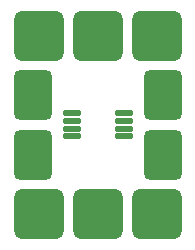
<source format=gbs>
G04*
G04 #@! TF.GenerationSoftware,Altium Limited,Altium Designer,25.8.1 (18)*
G04*
G04 Layer_Color=16711935*
%FSLAX44Y44*%
%MOMM*%
G71*
G04*
G04 #@! TF.SameCoordinates,5E0B8585-324C-45EE-8C63-8C8DE18584A6*
G04*
G04*
G04 #@! TF.FilePolarity,Negative*
G04*
G01*
G75*
G04:AMPARAMS|DCode=14|XSize=0.48mm|YSize=1.55mm|CornerRadius=0.145mm|HoleSize=0mm|Usage=FLASHONLY|Rotation=90.000|XOffset=0mm|YOffset=0mm|HoleType=Round|Shape=RoundedRectangle|*
%AMROUNDEDRECTD14*
21,1,0.4800,1.2600,0,0,90.0*
21,1,0.1900,1.5500,0,0,90.0*
1,1,0.2900,0.6300,0.0950*
1,1,0.2900,0.6300,-0.0950*
1,1,0.2900,-0.6300,-0.0950*
1,1,0.2900,-0.6300,0.0950*
%
%ADD14ROUNDEDRECTD14*%
G04:AMPARAMS|DCode=15|XSize=3.2mm|YSize=4.2mm|CornerRadius=0.475mm|HoleSize=0mm|Usage=FLASHONLY|Rotation=180.000|XOffset=0mm|YOffset=0mm|HoleType=Round|Shape=RoundedRectangle|*
%AMROUNDEDRECTD15*
21,1,3.2000,3.2500,0,0,180.0*
21,1,2.2500,4.2000,0,0,180.0*
1,1,0.9500,-1.1250,1.6250*
1,1,0.9500,1.1250,1.6250*
1,1,0.9500,1.1250,-1.6250*
1,1,0.9500,-1.1250,-1.6250*
%
%ADD15ROUNDEDRECTD15*%
G04:AMPARAMS|DCode=16|XSize=4.2mm|YSize=4.2mm|CornerRadius=0.6mm|HoleSize=0mm|Usage=FLASHONLY|Rotation=0.000|XOffset=0mm|YOffset=0mm|HoleType=Round|Shape=RoundedRectangle|*
%AMROUNDEDRECTD16*
21,1,4.2000,3.0000,0,0,0.0*
21,1,3.0000,4.2000,0,0,0.0*
1,1,1.2000,1.5000,-1.5000*
1,1,1.2000,-1.5000,-1.5000*
1,1,1.2000,-1.5000,1.5000*
1,1,1.2000,1.5000,1.5000*
%
%ADD16ROUNDEDRECTD16*%
D14*
X22000Y9750D02*
D03*
X22000Y3250D02*
D03*
Y-3250D02*
D03*
Y-9750D02*
D03*
X-22000Y9750D02*
D03*
X-22000Y3250D02*
D03*
X-22000Y-3250D02*
D03*
X-22000Y-9750D02*
D03*
D15*
X-55000Y25000D02*
D03*
Y-25000D02*
D03*
X55000D02*
D03*
Y25000D02*
D03*
D16*
X-50000Y75000D02*
D03*
X50000D02*
D03*
X0D02*
D03*
Y-75000D02*
D03*
X50000D02*
D03*
X-50000D02*
D03*
M02*

</source>
